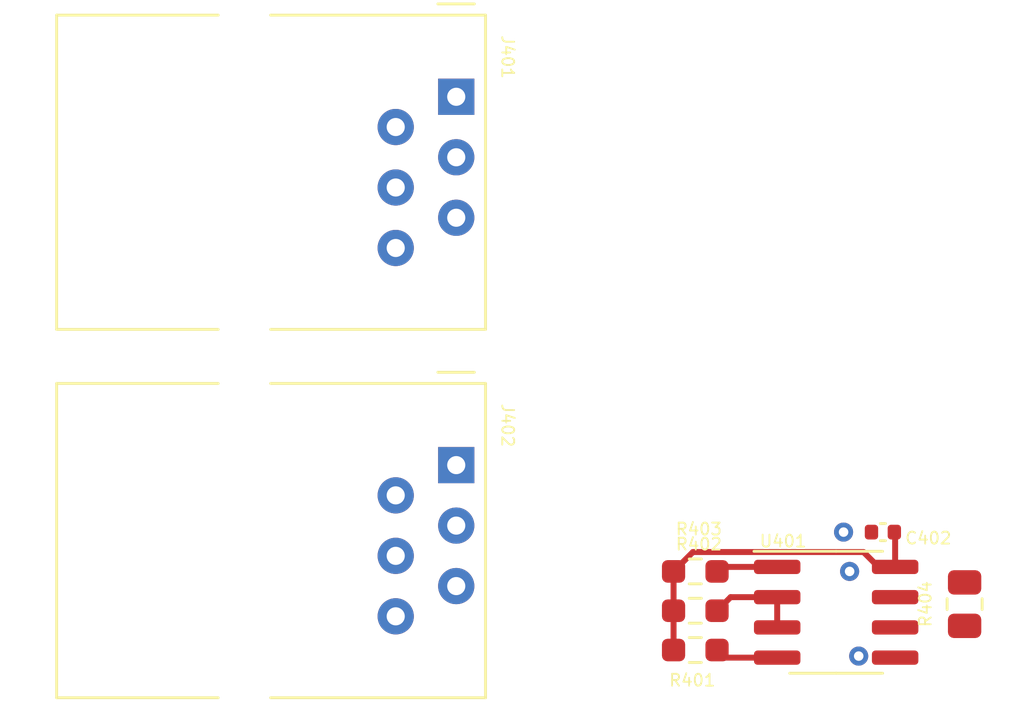
<source format=kicad_pcb>
(kicad_pcb (version 20221018) (generator pcbnew)
  (layers (0 "F.Cu" signal) (31 "B.Cu" signal) (34 "B.Paste" user) (35 "F.Paste" user) (36 "B.SilkS" user "B.Silkscreen") (37 "F.SilkS" user "F.Silkscreen") (38 "B.Mask" user) (39 "F.Mask" user) (44 "Edge.Cuts" user))
  (net 0 "")
  (net 2 "/GND")
  (net 3 "/B")
  (net 4 "/A")
  (net 5 "/12V")
  (net 9 "/5V")
  (net 10 "/Tx")
  (net 11 "/RS485_DIR")
  (net 12 "/Rx")
  (footprint "custom_kicad_lib_sk:R_0603_smalltext" (layer "F.Cu") (at 120.777 98.171)
    (fp_text reference "R403" (at 0.15 -1.778 unlocked) (layer "F.SilkS") (effects (font (size 0.5 0.5) (thickness 0.075))))
    (fp_text value "10k")
    (fp_line (start -0.254724 -0.5225) (end 0.254724 -0.5225) (stroke (width 0.12)) (layer "F.SilkS"))
    (fp_line (start -0.254724 0.5225) (end 0.254724 0.5225) (stroke (width 0.12)) (layer "F.SilkS"))
    (pad "1" smd roundrect (at -0.9125 0) (size 0.975 0.95) (layers "F.Cu" "F.Paste" "F.Mask") (net 9 "/5V"))
    (pad "2" smd roundrect (at 0.9125 0) (size 0.975 0.95) (layers "F.Cu" "F.Paste" "F.Mask") (net 12 "/Rx"))
  )
  (footprint "custom_kicad_lib_sk:RJ12" (layer "F.Cu") (at 110.744 78.237 -90)
    (fp_text reference "J401" (at -1.67 -2.16 -90 unlocked) (layer "F.SilkS") (effects (font (size 0.5 0.5) (thickness 0.075))))
    (fp_text value "RJ12")
    (fp_line (start -3.9 0.77) (end -3.9 -0.76) (stroke (width 0.12)) (layer "F.SilkS"))
    (fp_line (start -3.43 -1.23) (end 9.77 -1.23) (stroke (width 0.12)) (layer "F.SilkS"))
    (fp_line (start -3.43 7.72) (end -3.43 7.79) (stroke (width 0.1)) (layer "F.SilkS"))
    (fp_line (start -3.43 7.79) (end -3.43 -1.23) (stroke (width 0.12)) (layer "F.SilkS"))
    (fp_line (start -3.43 16.77) (end -3.43 9.99) (stroke (width 0.12)) (layer "F.SilkS"))
    (fp_line (start 9.77 -1.23) (end 9.77 7.79) (stroke (width 0.12)) (layer "F.SilkS"))
    (fp_line (start 9.77 16.65) (end 9.77 16.77) (stroke (width 0.1)) (layer "F.SilkS"))
    (fp_line (start 9.77 16.76) (end 9.77 16.77) (stroke (width 0.1)) (layer "F.SilkS"))
    (fp_line (start 9.77 16.77) (end -3.43 16.77) (stroke (width 0.12)) (layer "F.SilkS"))
    (fp_line (start 9.77 16.77) (end 9.77 9.99) (stroke (width 0.12)) (layer "F.SilkS"))
    (pad "" np_thru_hole circle (at -1.91 8.89 270) (size 3.25 3.25) (drill 3.25) (layers "*.Cu" "*.Mask"))
    (pad "" np_thru_hole circle (at 8.25 8.89 270) (size 3.25 3.25) (drill 3.25) (layers "*.Cu" "*.Mask"))
    (pad "1" thru_hole rect (at 0 0 270) (size 1.52 1.52) (drill 0.76) (layers "*.Cu" "*.Mask"))
    (pad "2" thru_hole circle (at 1.27 2.54 270) (size 1.52 1.52) (drill 0.76) (layers "*.Cu" "*.Mask") (net 2 "/GND"))
    (pad "3" thru_hole circle (at 2.54 0 270) (size 1.52 1.52) (drill 0.76) (layers "*.Cu" "*.Mask") (net 3 "/B"))
    (pad "4" thru_hole circle (at 3.81 2.54 270) (size 1.52 1.52) (drill 0.76) (layers "*.Cu" "*.Mask") (net 4 "/A"))
    (pad "5" thru_hole circle (at 5.08 0 270) (size 1.52 1.52) (drill 0.76) (layers "*.Cu" "*.Mask") (net 5 "/12V"))
    (pad "6" thru_hole circle (at 6.35 2.54 270) (size 1.52 1.52) (drill 0.76) (layers "*.Cu" "*.Mask"))
  )
  (footprint "Package_SO:SOIC-8_3.9x4.9mm_P1.27mm" (layer "F.Cu") (at 126.689 99.887)
    (fp_text reference "U401" (at -2.229 -2.986 unlocked) (layer "F.SilkS") (effects (font (size 0.5 0.5) (thickness 0.075))))
    (fp_text value "MAX485E")
    (fp_line (start 0 -2.56) (end -3.45 -2.56) (stroke (width 0.12)) (layer "F.SilkS"))
    (fp_line (start 0 -2.56) (end 1.95 -2.56) (stroke (width 0.12)) (layer "F.SilkS"))
    (fp_line (start 0 2.56) (end -1.95 2.56) (stroke (width 0.12)) (layer "F.SilkS"))
    (fp_line (start 0 2.56) (end 1.95 2.56) (stroke (width 0.12)) (layer "F.SilkS"))
    (pad "1" smd roundrect (at -2.475 -1.905) (size 1.95 0.6) (layers "F.Cu" "F.Paste" "F.Mask") (net 12 "/Rx"))
    (pad "2" smd roundrect (at -2.475 -0.635) (size 1.95 0.6) (layers "F.Cu" "F.Paste" "F.Mask") (net 11 "/RS485_DIR"))
    (pad "3" smd roundrect (at -2.475 0.635) (size 1.95 0.6) (layers "F.Cu" "F.Paste" "F.Mask") (net 11 "/RS485_DIR"))
    (pad "4" smd roundrect (at -2.475 1.905) (size 1.95 0.6) (layers "F.Cu" "F.Paste" "F.Mask") (net 10 "/Tx"))
    (pad "5" smd roundrect (at 2.475 1.905) (size 1.95 0.6) (layers "F.Cu" "F.Paste" "F.Mask") (net 2 "/GND"))
    (pad "6" smd roundrect (at 2.475 0.635) (size 1.95 0.6) (layers "F.Cu" "F.Paste" "F.Mask") (net 4 "/A"))
    (pad "7" smd roundrect (at 2.475 -0.635) (size 1.95 0.6) (layers "F.Cu" "F.Paste" "F.Mask") (net 3 "/B"))
    (pad "8" smd roundrect (at 2.475 -1.905) (size 1.95 0.6) (layers "F.Cu" "F.Paste" "F.Mask") (net 9 "/5V"))
  )
  (footprint "custom_kicad_lib_sk:RJ12" (layer "F.Cu") (at 110.744 93.707 -90)
    (fp_text reference "J402" (at -1.67 -2.16 -90 unlocked) (layer "F.SilkS") (effects (font (size 0.5 0.5) (thickness 0.075))))
    (fp_text value "RJ12")
    (fp_line (start -3.9 0.77) (end -3.9 -0.76) (stroke (width 0.12)) (layer "F.SilkS"))
    (fp_line (start -3.43 -1.23) (end 9.77 -1.23) (stroke (width 0.12)) (layer "F.SilkS"))
    (fp_line (start -3.43 7.72) (end -3.43 7.79) (stroke (width 0.1)) (layer "F.SilkS"))
    (fp_line (start -3.43 7.79) (end -3.43 -1.23) (stroke (width 0.12)) (layer "F.SilkS"))
    (fp_line (start -3.43 16.77) (end -3.43 9.99) (stroke (width 0.12)) (layer "F.SilkS"))
    (fp_line (start 9.77 -1.23) (end 9.77 7.79) (stroke (width 0.12)) (layer "F.SilkS"))
    (fp_line (start 9.77 16.65) (end 9.77 16.77) (stroke (width 0.1)) (layer "F.SilkS"))
    (fp_line (start 9.77 16.76) (end 9.77 16.77) (stroke (width 0.1)) (layer "F.SilkS"))
    (fp_line (start 9.77 16.77) (end -3.43 16.77) (stroke (width 0.12)) (layer "F.SilkS"))
    (fp_line (start 9.77 16.77) (end 9.77 9.99) (stroke (width 0.12)) (layer "F.SilkS"))
    (pad "" np_thru_hole circle (at -1.91 8.89 270) (size 3.25 3.25) (drill 3.25) (layers "*.Cu" "*.Mask"))
    (pad "" np_thru_hole circle (at 8.25 8.89 270) (size 3.25 3.25) (drill 3.25) (layers "*.Cu" "*.Mask"))
    (pad "1" thru_hole rect (at 0 0 270) (size 1.52 1.52) (drill 0.76) (layers "*.Cu" "*.Mask"))
    (pad "2" thru_hole circle (at 1.27 2.54 270) (size 1.52 1.52) (drill 0.76) (layers "*.Cu" "*.Mask") (net 2 "/GND"))
    (pad "3" thru_hole circle (at 2.54 0 270) (size 1.52 1.52) (drill 0.76) (layers "*.Cu" "*.Mask") (net 3 "/B"))
    (pad "4" thru_hole circle (at 3.81 2.54 270) (size 1.52 1.52) (drill 0.76) (layers "*.Cu" "*.Mask") (net 4 "/A"))
    (pad "5" thru_hole circle (at 5.08 0 270) (size 1.52 1.52) (drill 0.76) (layers "*.Cu" "*.Mask") (net 5 "/12V"))
    (pad "6" thru_hole circle (at 6.35 2.54 270) (size 1.52 1.52) (drill 0.76) (layers "*.Cu" "*.Mask"))
  )
  (footprint "custom_kicad_lib_sk:R_0603_smalltext" (layer "F.Cu") (at 120.777 99.822)
    (fp_text reference "R402" (at 0.1505 -2.794 unlocked) (layer "F.SilkS") (effects (font (size 0.5 0.5) (thickness 0.075))))
    (fp_text value "10k")
    (fp_line (start -0.254724 -0.5225) (end 0.254724 -0.5225) (stroke (width 0.12)) (layer "F.SilkS"))
    (fp_line (start -0.254724 0.5225) (end 0.254724 0.5225) (stroke (width 0.12)) (layer "F.SilkS"))
    (pad "1" smd roundrect (at -0.9125 0) (size 0.975 0.95) (layers "F.Cu" "F.Paste" "F.Mask") (net 9 "/5V"))
    (pad "2" smd roundrect (at 0.9125 0) (size 0.975 0.95) (layers "F.Cu" "F.Paste" "F.Mask") (net 11 "/RS485_DIR"))
  )
  (footprint "Capacitor_SMD:C_0402_1005Metric" (layer "F.Cu") (at 128.651 96.52 180)
    (fp_text reference "C402" (at -1.905 -0.254 unlocked) (layer "F.SilkS") (effects (font (size 0.5 0.5) (thickness 0.075))))
    (fp_text value "100nF")
    (fp_line (start -0.107836 -0.36) (end 0.107836 -0.36) (stroke (width 0.12)) (layer "F.SilkS"))
    (fp_line (start -0.107836 0.36) (end 0.107836 0.36) (stroke (width 0.12)) (layer "F.SilkS"))
    (pad "1" smd roundrect (at -0.48 0 180) (size 0.56 0.62) (layers "F.Cu" "F.Paste" "F.Mask") (net 9 "/5V"))
    (pad "2" smd roundrect (at 0.48 0 180) (size 0.56 0.62) (layers "F.Cu" "F.Paste" "F.Mask") (net 2 "/GND"))
  )
  (footprint "Resistor_SMD:R_0805_2012Metric" (layer "F.Cu") (at 132.08 99.5445 90)
    (fp_text reference "R404" (at 0 -1.65 90 unlocked) (layer "F.SilkS") (effects (font (size 0.5 0.5) (thickness 0.075))))
    (fp_text value "120R")
    (fp_line (start -0.227064 -0.735) (end 0.227064 -0.735) (stroke (width 0.12)) (layer "F.SilkS"))
    (fp_line (start -0.227064 0.735) (end 0.227064 0.735) (stroke (width 0.12)) (layer "F.SilkS"))
    (pad "1" smd roundrect (at -0.9125 0 90) (size 1.025 1.4) (layers "F.Cu" "F.Paste" "F.Mask") (roundrect_rratio 0.243902) (net 4 "/A"))
    (pad "2" smd roundrect (at 0.9125 0 90) (size 1.025 1.4) (layers "F.Cu" "F.Paste" "F.Mask") (roundrect_rratio 0.243902) (net 3 "/B"))
  )
  (footprint "custom_kicad_lib_sk:R_0603_smalltext" (layer "F.Cu") (at 120.777 101.473)
    (fp_text reference "R401" (at -0.127 1.27 unlocked) (layer "F.SilkS") (effects (font (size 0.5 0.5) (thickness 0.075))))
    (fp_text value "10k")
    (fp_line (start -0.254724 -0.5225) (end 0.254724 -0.5225) (stroke (width 0.12)) (layer "F.SilkS"))
    (fp_line (start -0.254724 0.5225) (end 0.254724 0.5225) (stroke (width 0.12)) (layer "F.SilkS"))
    (pad "1" smd roundrect (at -0.9125 0) (size 0.975 0.95) (layers "F.Cu" "F.Paste" "F.Mask") (net 9 "/5V"))
    (pad "2" smd roundrect (at 0.9125 0) (size 0.975 0.95) (layers "F.Cu" "F.Paste" "F.Mask") (net 10 "/Tx"))
  )
  (via (at 127.254 98.171) (size 0.8) (drill 0.4) (layers "F.Cu" "B.Cu") (net 2))
  (via (at 127.635 101.727) (size 0.8) (drill 0.4) (layers "F.Cu" "B.Cu") (net 2))
  (via (at 127 96.52) (size 0.8) (drill 0.4) (layers "F.Cu" "B.Cu") (net 2))
  (segment (start 127.837 97.357) (end 128.462 97.982) (width 0.25) (layer "F.Cu") (net 9))
  (segment (start 128.462 97.982) (end 129.164 97.982) (width 0.25) (layer "F.Cu") (net 9))
  (segment (start 119.8645 98.171) (end 120.6785 97.357) (width 0.25) (layer "F.Cu") (net 9))
  (segment (start 129.164 96.553) (end 129.131 96.52) (width 0.25) (layer "F.Cu") (net 9))
  (segment (start 119.8645 101.473) (end 119.8645 98.171) (width 0.25) (layer "F.Cu") (net 9))
  (segment (start 129.164 97.982) (end 129.164 96.553) (width 0.25) (layer "F.Cu") (net 9))
  (segment (start 120.6785 97.357) (end 127.837 97.357) (width 0.25) (layer "F.Cu") (net 9))
  (segment (start 122.0085 101.792) (end 121.6895 101.473) (width 0.25) (layer "F.Cu") (net 10))
  (segment (start 124.214 101.792) (end 122.0085 101.792) (width 0.25) (layer "F.Cu") (net 10))
  (segment (start 124.214 99.252) (end 122.2595 99.252) (width 0.25) (layer "F.Cu") (net 11))
  (segment (start 122.2595 99.252) (end 121.6895 99.822) (width 0.25) (layer "F.Cu") (net 11))
  (segment (start 124.214 100.522) (end 124.214 99.252) (width 0.25) (layer "F.Cu") (net 11))
  (segment (start 121.8785 97.982) (end 121.6895 98.171) (width 0.25) (layer "F.Cu") (net 12))
  (segment (start 124.214 97.982) (end 121.8785 97.982) (width 0.25) (layer "F.Cu") (net 12))
)
</source>
